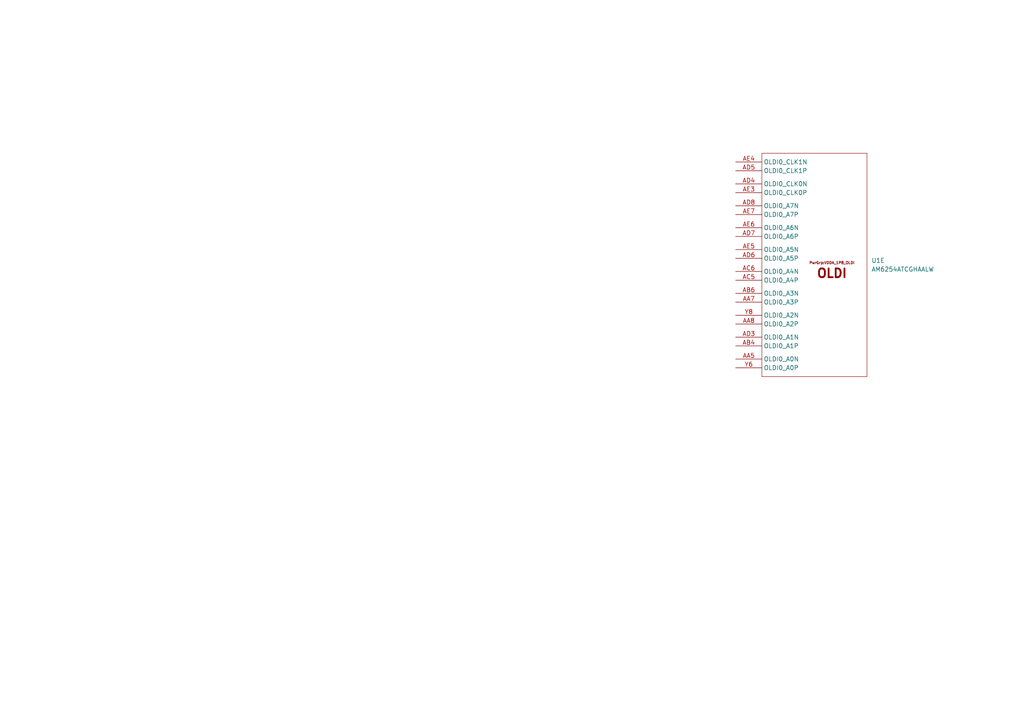
<source format=kicad_sch>
(kicad_sch (version 20250114) (generator "eeschema") (generator_version "9.0")
  (paper "A4")
  (lib_symbols
    (symbol "pepy_sym_lib:[CPU]Texas Instruments AM6254ATCGHAALW"
      (property "Reference" "U" (at 0 -1.524 0))
      (property "Value" "AM6254ATCGHAALW" (at 0.254 -3.81 0))
      (symbol "[CPU]Texas Instruments AM6254ATCGHAALW_1_1"
        (polyline (pts (xy -20.32 81.28) (xy -20.32 0)) (stroke (width 0.127)))
        (polyline (pts (xy -20.32 0) (xy 20.32 0)) (stroke (width 0.127)))
        (polyline (pts (xy 20.32 81.28) (xy -20.32 81.28)) (stroke (width 0.127)))
        (polyline (pts (xy 20.32 0) (xy 20.32 81.28)) (stroke (width 0.127)))
        (text "GROUND" (at 0 78.486 0) (effects (font (size 2.54 2.54) (thickness 0.508) (bold yes))))
        (pin power_in line (at -27.94 78.74 0) (length 7.62) (name "VSS") (number "A1"))
        (pin power_in line (at -27.94 76.2 0) (length 7.62) (name "VSS") (number "A24"))
        (pin power_in line (at -27.94 73.66 0) (length 7.62) (name "VSS") (number "A25"))
        (pin power_in line (at -27.94 71.12 0) (length 7.62) (name "VSS") (number "B25"))
        (pin power_in line (at -27.94 68.58 0) (length 7.62) (name "VSS") (number "F13"))
        (pin power_in line (at -27.94 66.04 0) (length 7.62) (name "VSS") (number "G13"))
        (pin power_in line (at -27.94 63.5 0) (length 7.62) (name "VSS") (number "G19"))
        (pin power_in line (at -27.94 60.96 0) (length 7.62) (name "VSS") (number "H13"))
        (pin power_in line (at -27.94 58.42 0) (length 7.62) (name "VSS") (number "H16"))
        (pin power_in line (at -27.94 55.88 0) (length 7.62) (name "VSS") (number "H18"))
        (pin power_in line (at -27.94 53.34 0) (length 7.62) (name "VSS") (number "H20"))
        (pin power_in line (at -27.94 50.8 0) (length 7.62) (name "VSS") (number "J7"))
        (pin power_in line (at -27.94 48.26 0) (length 7.62) (name "VSS") (number "J13"))
        (pin power_in line (at -27.94 45.72 0) (length 7.62) (name "VSS") (number "K7"))
        (pin power_in line (at -27.94 43.18 0) (length 7.62) (name "VSS") (number "K13"))
        (pin power_in line (at -27.94 40.64 0) (length 7.62) (name "VSS") (number "K15"))
        (pin power_in line (at -27.94 38.1 0) (length 7.62) (name "VSS") (number "K19"))
        (pin power_in line (at -27.94 35.56 0) (length 7.62) (name "VSS") (number "L20"))
        (pin power_in line (at -27.94 33.02 0) (length 7.62) (name "VSS") (number "M7"))
        (pin power_in line (at -27.94 30.48 0) (length 7.62) (name "VSS") (number "M8"))
        (pin power_in line (at -27.94 27.94 0) (length 7.62) (name "VSS") (number "M10"))
        (pin power_in line (at -27.94 25.4 0) (length 7.62) (name "VSS") (number "M12"))
        (pin power_in line (at -27.94 22.86 0) (length 7.62) (name "VSS") (number "M13"))
        (pin power_in line (at -27.94 20.32 0) (length 7.62) (name "VSS") (number "M17"))
        (pin power_in line (at -27.94 17.78 0) (length 7.62) (name "VSS") (number "M18"))
        (pin power_in line (at -27.94 15.24 0) (length 7.62) (name "VSS") (number "N15"))
        (pin power_in line (at -27.94 12.7 0) (length 7.62) (name "VSS") (number "P7"))
        (pin power_in line (at -27.94 10.16 0) (length 7.62) (name "VSS") (number "P10"))
        (pin power_in line (at -27.94 7.62 0) (length 7.62) (name "VSS") (number "P13"))
        (pin power_in line (at -27.94 5.08 0) (length 7.62) (name "VSS") (number "R13"))
        (pin power_in line (at -27.94 2.54 0) (length 7.62) (name "VSS") (number "R15"))
        (pin power_in line (at 27.94 78.74 180) (length 7.62) (name "VSS") (number "AE25"))
        (pin power_in line (at 27.94 76.2 180) (length 7.62) (name "VSS") (number "AE24"))
        (pin power_in line (at 27.94 73.66 180) (length 7.62) (name "VSS") (number "AE16"))
        (pin power_in line (at 27.94 71.12 180) (length 7.62) (name "VSS") (number "AE12"))
        (pin power_in line (at 27.94 68.58 180) (length 7.62) (name "VSS") (number "AE8"))
        (pin power_in line (at 27.94 66.04 180) (length 7.62) (name "VSS") (number "AE1"))
        (pin power_in line (at 27.94 63.5 180) (length 7.62) (name "VSS") (number "AD25"))
        (pin power_in line (at 27.94 60.96 180) (length 7.62) (name "VSS") (number "AD16"))
        (pin power_in line (at 27.94 58.42 180) (length 7.62) (name "VSS") (number "AD12"))
        (pin power_in line (at 27.94 55.88 180) (length 7.62) (name "VSS") (number "AD9"))
        (pin power_in line (at 27.94 53.34 180) (length 7.62) (name "VSS") (number "AD1"))
        (pin power_in line (at 27.94 50.8 180) (length 7.62) (name "VSS") (number "AB9"))
        (pin power_in line (at 27.94 48.26 180) (length 7.62) (name "VSS") (number "AA11"))
        (pin power_in line (at 27.94 45.72 180) (length 7.62) (name "VSS") (number "Y2"))
        (pin power_in line (at 27.94 43.18 180) (length 7.62) (name "VSS") (number "W7"))
        (pin power_in line (at 27.94 40.64 180) (length 7.62) (name "VSS") (number "V18"))
        (pin power_in line (at 27.94 38.1 180) (length 7.62) (name "VSS") (number "V16"))
        (pin power_in line (at 27.94 35.56 180) (length 7.62) (name "VSS") (number "V13"))
        (pin power_in line (at 27.94 33.02 180) (length 7.62) (name "VSS") (number "V11"))
        (pin power_in line (at 27.94 30.48 180) (length 7.62) (name "VSS") (number "V10"))
        (pin power_in line (at 27.94 27.94 180) (length 7.62) (name "VSS") (number "V9"))
        (pin power_in line (at 27.94 25.4 180) (length 7.62) (name "VSS") (number "U19"))
        (pin power_in line (at 27.94 22.86 180) (length 7.62) (name "VSS") (number "U8"))
        (pin power_in line (at 27.94 20.32 180) (length 7.62) (name "VSS") (number "T18"))
        (pin power_in line (at 27.94 17.78 180) (length 7.62) (name "VSS") (number "T17"))
        (pin power_in line (at 27.94 15.24 180) (length 7.62) (name "VSS") (number "T16"))
        (pin power_in line (at 27.94 12.7 180) (length 7.62) (name "VSS") (number "T14"))
        (pin power_in line (at 27.94 10.16 180) (length 7.62) (name "VSS") (number "T13"))
        (pin power_in line (at 27.94 7.62 180) (length 7.62) (name "VSS") (number "T8"))
        (pin power_in line (at 27.94 5.08 180) (length 7.62) (name "VSS") (number "R20"))
        (pin power_in line (at 27.94 2.54 180) (length 7.62) (name "VSS") (number "R18"))
      )
      (symbol "[CPU]Texas Instruments AM6254ATCGHAALW_2_1"
        (polyline (pts (xy -20.32 100.33) (xy -20.32 0)) (stroke (width 0.127)))
        (polyline (pts (xy -20.32 0) (xy 20.32 0)) (stroke (width 0.127)))
        (polyline (pts (xy 20.32 100.33) (xy -20.32 100.33)) (stroke (width 0.127)))
        (polyline (pts (xy 20.32 0) (xy 20.32 100.33)) (stroke (width 0.127)))
        (text "SoC Power\n" (at 0 97.536 0) (effects (font (size 2.032 2.032) (thickness 0.508) (bold yes))))
        (pin power_in line (at -27.94 97.79 0) (length 7.62) (name "VDD_CORE") (number "H8"))
        (pin power_in line (at -27.94 95.25 0) (length 7.62) (name "VDD_CORE") (number "J11"))
        (pin power_in line (at -27.94 92.71 0) (length 7.62) (name "VDD_CORE") (number "J14"))
        (pin power_in line (at -27.94 90.17 0) (length 7.62) (name "VDD_CORE") (number "K17"))
        (pin power_in line (at -27.94 87.63 0) (length 7.62) (name "VDD_CORE") (number "L12"))
        (pin power_in line (at -27.94 85.09 0) (length 7.62) (name "VDD_CORE") (number "L15"))
        (pin power_in line (at -27.94 82.55 0) (length 7.62) (name "VDD_CORE") (number "M16"))
        (pin power_in line (at -27.94 80.01 0) (length 7.62) (name "VDD_CORE") (number "N8"))
        (pin power_in line (at -27.94 77.47 0) (length 7.62) (name "VDD_CORE") (number "N11"))
        (pin power_in line (at -27.94 74.93 0) (length 7.62) (name "VDD_CORE") (number "N13"))
        (pin power_in line (at -27.94 72.39 0) (length 7.62) (name "VDD_CORE") (number "P17"))
        (pin power_in line (at -27.94 69.85 0) (length 7.62) (name "VDD_CORE") (number "R11"))
        (pin power_in line (at -27.94 67.31 0) (length 7.62) (name "VDD_CORE") (number "R14"))
        (pin power_in line (at -27.94 64.77 0) (length 7.62) (name "VDD_CORE") (number "U12"))
        (pin power_in line (at -27.94 62.23 0) (length 7.62) (name "VDD_CORE") (number "V8"))
        (pin power_in line (at -27.94 59.69 0) (length 7.62) (name "VDD_CORE") (number "V15"))
        (pin power_in line (at -27.94 57.15 0) (length 7.62) (name "VDD_CORE") (number "V17"))
        (pin power_in line (at -27.94 53.34 0) (length 7.62) (name "VDDR_CORE") (number "K16"))
        (pin power_in line (at -27.94 50.8 0) (length 7.62) (name "VDDR_CORE") (number "N12"))
        (pin power_in line (at -27.94 48.26 0) (length 7.62) (name "VDDR_CORE") (number "N14"))
        (pin power_in line (at -27.94 45.72 0) (length 7.62) (name "VDDR_CORE") (number "P16"))
        (pin power_in line (at -27.94 43.18 0) (length 7.62) (name "VDDR_CORE") (number "R12"))
        (pin power_in line (at -27.94 40.64 0) (length 7.62) (name "VDDR_CORE") (number "T10"))
        (pin power_in line (at -27.94 38.1 0) (length 7.62) (name "VDDR_CORE") (number "U14"))
        (pin power_in line (at -27.94 35.56 0) (length 7.62) (name "VDDR_CORE") (number "J12"))
        (pin power_in line (at -27.94 31.75 0) (length 7.62) (name "VDDS_DDR") (number "K9"))
        (pin power_in line (at -27.94 29.21 0) (length 7.62) (name "VDDS_DDR") (number "L8"))
        (pin power_in line (at -27.94 26.67 0) (length 7.62) (name "VDDS_DDR") (number "P9"))
        (pin power_in line (at -27.94 24.13 0) (length 7.62) (name "VDDS_DDR") (number "R8"))
        (pin power_in line (at -27.94 20.32 0) (length 7.62) (name "VDDS_OSC0") (number "G7"))
        (pin power_in line (at -27.94 16.51 0) (length 7.62) (name "VDD_CANUART") (number "F8"))
        (pin power_in line (at -27.94 11.43 0) (length 7.62) (name "VMON_1P8_SOC") (number "G10"))
        (pin power_in line (at -27.94 8.89 0) (length 7.62) (name "VMON_3P3_SOC") (number "K10"))
        (pin power_in line (at -27.94 6.35 0) (length 7.62) (name "VMON_ER_VSYS") (number "H10"))
        (pin power_in line (at -27.94 2.54 0) (length 7.62) (name "VPP") (number "J8"))
        (pin power_in line (at 27.94 97.79 180) (length 7.62) (name "VDDSHV0") (number "F15"))
        (pin power_in line (at 27.94 95.25 180) (length 7.62) (name "VDDSHV0") (number "G14"))
        (pin power_in line (at 27.94 91.44 180) (length 7.62) (name "VDDSHV1") (number "L18"))
        (pin power_in line (at 27.94 88.9 180) (length 7.62) (name "VDDSHV1") (number "M19"))
        (pin power_in line (at 27.94 85.09 180) (length 7.62) (name "VDDSHV2") (number "W16"))
        (pin power_in line (at 27.94 82.55 180) (length 7.62) (name "VDDSHV2") (number "W19"))
        (pin power_in line (at 27.94 78.74 180) (length 7.62) (name "VDDSHV3") (number "N18"))
        (pin power_in line (at 27.94 76.2 180) (length 7.62) (name "VDDSHV3") (number "P18"))
        (pin power_in line (at 27.94 73.66 180) (length 7.62) (name "VDDSHV3") (number "T19"))
        (pin power_in line (at 27.94 71.12 180) (length 7.62) (name "VDDSHV3") (number "U18"))
        (pin power_in line (at 27.94 68.58 180) (length 7.62) (name "VDDSHV4") (number "T7"))
        (pin power_in line (at 27.94 64.77 180) (length 7.62) (name "VDDSHV5") (number "G17"))
        (pin power_in line (at 27.94 60.96 180) (length 7.62) (name "VDDSHV6") (number "J18"))
        (pin power_in line (at 27.94 57.15 180) (length 7.62) (name "VDDSHV_MCU") (number "F11"))
        (pin power_in line (at 27.94 54.61 180) (length 7.62) (name "VDDSHV_MCU") (number "G12"))
        (pin power_in line (at 27.94 50.8 180) (length 7.62) (name "VDDSHV_CANUART") (number "H9"))
        (pin power_in line (at 27.94 46.99 180) (length 7.62) (name "VDDA_TEMP0") (number "T9"))
        (pin power_in line (at 27.94 44.45 180) (length 7.62) (name "VDDA_TEMP1") (number "G16"))
        (pin power_in line (at 27.94 40.64 180) (length 7.62) (name "VDD_PLL0") (number "U11"))
        (pin power_in line (at 27.94 38.1 180) (length 7.62) (name "VDD_PLL1") (number "U15"))
        (pin power_in line (at 27.94 35.56 180) (length 7.62) (name "VDD_PLL2") (number "L14"))
        (pin power_in line (at 27.94 31.75 180) (length 7.62) (name "VDDA_MCU") (number "L11"))
        (pin power_in line (at 27.94 27.94 180) (length 7.62) (name "VDDA_1P8_OLDI0") (number "W9"))
        (pin power_in line (at 27.94 25.4 180) (length 7.62) (name "VDDA_1P8_OLDI1") (number "W10"))
        (pin power_in line (at 27.94 21.59 180) (length 7.62) (name "VDDA_CORE_USB") (number "W12"))
        (pin power_in line (at 27.94 17.78 180) (length 7.62) (name "VDDA_CORE_CSIRX0") (number "W13"))
        (pin power_in line (at 27.94 13.97 180) (length 7.62) (name "VDDA_1P8_CSIRX0") (number "W14"))
        (pin power_in line (at 27.94 10.16 180) (length 7.62) (name "VDDA_1P8_USB") (number "Y11"))
        (pin power_in line (at 27.94 6.35 180) (length 7.62) (name "VDDA_3P3_USB") (number "Y13"))
      )
      (symbol "[CPU]Texas Instruments AM6254ATCGHAALW_3_1"
        (polyline (pts (xy -13.97 25.4) (xy -13.97 0)) (stroke (width 0.127)))
        (polyline (pts (xy -13.97 0) (xy 12.7 0)) (stroke (width 0.127)))
        (polyline (pts (xy 12.7 25.4) (xy -13.97 25.4)) (stroke (width 0.127)))
        (polyline (pts (xy 12.7 0) (xy 12.7 25.4)) (stroke (width 0.127)))
        (text "CAP" (at 6.35 13.208 0) (effects (font (size 2.032 2.032) (thickness 0.508) (bold yes))))
        (pin passive line (at -21.59 22.86 0) (length 7.62) (name "CAP_VDDS0") (number "H15"))
        (pin passive line (at -21.59 20.32 0) (length 7.62) (name "CAP_VDDS1") (number "K18"))
        (pin passive line (at -21.59 17.78 0) (length 7.62) (name "CAP_VDDS2") (number "W17"))
        (pin passive line (at -21.59 15.24 0) (length 7.62) (name "CAP_VDDS3") (number "P19"))
        (pin passive line (at -21.59 12.7 0) (length 7.62) (name "CAP_VDDS4") (number "U7"))
        (pin passive line (at -21.59 10.16 0) (length 7.62) (name "CAP_VDDS5") (number "H17"))
        (pin passive line (at -21.59 7.62 0) (length 7.62) (name "CAP_VDDS6") (number "J19"))
        (pin passive line (at -21.59 5.08 0) (length 7.62) (name "CAP_VDDS_MCU") (number "H11"))
        (pin passive line (at -21.59 2.54 0) (length 7.62) (name "CAP_VDDS_CANUART") (number "G9"))
      )
      (symbol "[CPU]Texas Instruments AM6254ATCGHAALW_4_1"
        (polyline (pts (xy -15.24 30.48) (xy -15.24 0)) (stroke (width 0.127)))
        (polyline (pts (xy -15.24 0) (xy 15.24 0)) (stroke (width 0.127)))
        (polyline (pts (xy 15.24 30.48) (xy -15.24 30.48)) (stroke (width 0.127)))
        (polyline (pts (xy 15.24 0) (xy 15.24 30.48)) (stroke (width 0.127)))
        (text "CSI\n" (at -7.366 27.686 0) (effects (font (size 2.54 2.54) (thickness 0.508) (bold yes))))
        (text "PwrGrp:VDDA_1P8_CSIRX" (at -7.366 24.638 0) (effects (font (size 0.762 0.762))))
        (pin bidirectional line (at 22.86 27.94 180) (length 7.62) (name "CSI0_RXRCALIB") (number "AA14"))
        (pin bidirectional line (at 22.86 25.4 180) (length 7.62) (name "CSI0_RXCLKN") (number "AD15"))
        (pin bidirectional line (at 22.86 22.86 180) (length 7.62) (name "CSI0_RXCLKP") (number "AE15"))
        (pin bidirectional line (at 22.86 20.32 180) (length 7.62) (name "CSI0_RXN3") (number "AB12"))
        (pin bidirectional line (at 22.86 17.78 180) (length 7.62) (name "CSI0_RXP3") (number "AC13"))
        (pin bidirectional line (at 22.86 15.24 180) (length 7.62) (name "CSI0_RXN2") (number "AD13"))
        (pin bidirectional line (at 22.86 12.7 180) (length 7.62) (name "CSI0_RXP2") (number "AE13"))
        (pin bidirectional line (at 22.86 10.16 180) (length 7.62) (name "CSI0_RXP1") (number "AD14"))
        (pin bidirectional line (at 22.86 7.62 180) (length 7.62) (name "CSI0_RXP1") (number "AE14"))
        (pin bidirectional line (at 22.86 5.08 180) (length 7.62) (name "CSI0_RXN0") (number "AB14"))
        (pin bidirectional line (at 22.86 2.54 180) (length 7.62) (name "CSI0_RXP0") (number "AC15"))
      )
      (symbol "[CPU]Texas Instruments AM6254ATCGHAALW_5_1"
        (polyline (pts (xy -15.24 64.77) (xy -15.24 0)) (stroke (width 0.127)))
        (polyline (pts (xy -15.24 0) (xy 15.24 0)) (stroke (width 0.127)))
        (polyline (pts (xy 15.24 64.77) (xy -15.24 64.77)) (stroke (width 0.127)))
        (polyline (pts (xy 15.24 0) (xy 15.24 64.77)) (stroke (width 0.127)))
        (text "OLDI\n" (at -5.08 34.798 0) (effects (font (size 2.54 2.54) (thickness 0.508) (bold yes))))
        (text "PwrGrp:VDDA_1P8_OLDI" (at -5.08 31.75 0) (effects (font (size 0.762 0.762))))
        (pin bidirectional line (at 22.86 62.23 180) (length 7.62) (name "OLDI0_A0P") (number "Y6"))
        (pin bidirectional line (at 22.86 59.69 180) (length 7.62) (name "OLDI0_A0N") (number "AA5"))
        (pin bidirectional line (at 22.86 55.88 180) (length 7.62) (name "OLDI0_A1P") (number "AB4"))
        (pin bidirectional line (at 22.86 53.34 180) (length 7.62) (name "OLDI0_A1N") (number "AD3"))
        (pin bidirectional line (at 22.86 49.53 180) (length 7.62) (name "OLDI0_A2P") (number "AA8"))
        (pin bidirectional line (at 22.86 46.99 180) (length 7.62) (name "OLDI0_A2N") (number "Y8"))
        (pin bidirectional line (at 22.86 43.18 180) (length 7.62) (name "OLDI0_A3P") (number "AA7"))
        (pin bidirectional line (at 22.86 40.64 180) (length 7.62) (name "OLDI0_A3N") (number "AB6"))
        (pin bidirectional line (at 22.86 36.83 180) (length 7.62) (name "OLDI0_A4P") (number "AC5"))
        (pin bidirectional line (at 22.86 34.29 180) (length 7.62) (name "OLDI0_A4N") (number "AC6"))
        (pin bidirectional line (at 22.86 30.48 180) (length 7.62) (name "OLDI0_A5P") (number "AD6"))
        (pin bidirectional line (at 22.86 27.94 180) (length 7.62) (name "OLDI0_A5N") (number "AE5"))
        (pin bidirectional line (at 22.86 24.13 180) (length 7.62) (name "OLDI0_A6P") (number "AD7"))
        (pin bidirectional line (at 22.86 21.59 180) (length 7.62) (name "OLDI0_A6N") (number "AE6"))
        (pin bidirectional line (at 22.86 17.78 180) (length 7.62) (name "OLDI0_A7P") (number "AE7"))
        (pin bidirectional line (at 22.86 15.24 180) (length 7.62) (name "OLDI0_A7N") (number "AD8"))
        (pin bidirectional line (at 22.86 11.43 180) (length 7.62) (name "OLDI0_CLK0P") (number "AE3"))
        (pin bidirectional line (at 22.86 8.89 180) (length 7.62) (name "OLDI0_CLK0N") (number "AD4"))
        (pin bidirectional line (at 22.86 5.08 180) (length 7.62) (name "OLDI0_CLK1P") (number "AD5"))
        (pin bidirectional line (at 22.86 2.54 180) (length 7.62) (name "OLDI0_CLK1N") (number "AE4"))
      )
      (symbol "[CPU]Texas Instruments AM6254ATCGHAALW_6_1"
        (polyline (pts (xy -20.32 118.11) (xy -20.32 0)) (stroke (width 0.127)))
        (polyline (pts (xy -20.32 0) (xy 19.05 0)) (stroke (width 0.127)))
        (polyline (pts (xy 19.05 118.11) (xy -20.32 118.11)) (stroke (width 0.127)))
        (polyline (pts (xy 19.05 0) (xy 19.05 118.11)) (stroke (width 0.127)))
        (text "DDR\n" (at -0.762 114.554 0) (effects (font (size 2.54 2.54) (thickness 0.508) (bold yes))))
        (text "PwrGrp:VDDS_DDR,\nVDDS_DDR_C" (at -0.762 111.506 0) (effects (font (size 0.762 0.762))))
        (pin bidirectional line (at -27.94 115.57 0) (length 7.62) (name "DDR0_DQ0") (number "F4"))
        (pin bidirectional line (at -27.94 113.03 0) (length 7.62) (name "DDR0_DQ1") (number "G5"))
        (pin bidirectional line (at -27.94 110.49 0) (length 7.62) (name "DDR0_DQ2") (number "F3"))
        (pin bidirectional line (at -27.94 107.95 0) (length 7.62) (name "DDR0_DQ3") (number "H6"))
        (pin bidirectional line (at -27.94 105.41 0) (length 7.62) (name "DDR0_DQ4") (number "E3"))
        (pin bidirectional line (at -27.94 102.87 0) (length 7.62) (name "DDR0_DQ5") (number "G2"))
        (pin bidirectional line (at -27.94 100.33 0) (length 7.62) (name "DDR0_DQ6") (number "F2"))
        (pin bidirectional line (at -27.94 97.79 0) (length 7.62) (name "DDR0_DQ7") (number "F1"))
        (pin bidirectional line (at -27.94 95.25 0) (length 7.62) (name "DDR0_DQ8") (number "U1"))
        (pin bidirectional line (at -27.94 92.71 0) (length 7.62) (name "DDR0_DQ9") (number "U3"))
        (pin bidirectional line (at -27.94 90.17 0) (length 7.62) (name "DDR0_DQ10") (number "U2"))
        (pin bidirectional line (at -27.94 87.63 0) (length 7.62) (name "DDR0_DQ11") (number "V5"))
        (pin bidirectional line (at -27.94 85.09 0) (length 7.62) (name "DDR0_DQ12") (number "W2"))
        (pin bidirectional line (at -27.94 82.55 0) (length 7.62) (name "DDR0_DQ13") (number "V6"))
        (pin bidirectional line (at -27.94 80.01 0) (length 7.62) (name "DDR0_DQ14") (number "Y1"))
        (pin bidirectional line (at -27.94 77.47 0) (length 7.62) (name "DDR0_DQ15") (number "W1"))
        (pin bidirectional line (at -27.94 73.66 0) (length 7.62) (name "DDR0_BA0") (number "M1"))
        (pin bidirectional line (at -27.94 71.12 0) (length 7.62) (name "DDR0_BA1") (number "N1"))
        (pin bidirectional line (at -27.94 67.31 0) (length 7.62) (name "DDR0_BG0") (number "T4"))
        (pin bidirectional line (at -27.94 64.77 0) (length 7.62) (name "DDR0_BG1") (number "N2"))
        (pin bidirectional line (at -27.94 60.96 0) (length 7.62) (name "DDR0_ATB0") (number "T2"))
        (pin bidirectional line (at -27.94 58.42 0) (length 7.62) (name "DDR0_ATB1") (number "U4"))
        (pin bidirectional line (at -27.94 54.61 0) (length 7.62) (name "DDR0_CK0") (number "L1"))
        (pin bidirectional line (at -27.94 52.07 0) (length 7.62) (name "DDR0_CK0_N") (number "L2"))
        (pin bidirectional line (at -27.94 48.26 0) (length 7.62) (name "DDR0_CKE0") (number "H2"))
        (pin bidirectional line (at -27.94 45.72 0) (length 7.62) (name "DDR0_CKE1") (number "J4"))
        (pin bidirectional line (at -27.94 41.91 0) (length 7.62) (name "DDR0_CS0_N") (number "L6"))
        (pin bidirectional line (at -27.94 39.37 0) (length 7.62) (name "DDR0_CS1_N") (number "K2"))
        (pin bidirectional line (at -27.94 35.56 0) (length 7.62) (name "DDR0_ODT0") (number "H1"))
        (pin bidirectional line (at -27.94 33.02 0) (length 7.62) (name "DDR0_ODT1") (number "J3"))
        (pin bidirectional line (at -27.94 29.21 0) (length 7.62) (name "DDR0_ACT_N") (number "N6"))
        (pin bidirectional line (at -27.94 25.4 0) (length 7.62) (name "DDR0_ALERT_N") (number "R3"))
        (pin bidirectional line (at -27.94 21.59 0) (length 7.62) (name "DDR0_CAL0") (number "M2"))
        (pin bidirectional line (at -27.94 17.78 0) (length 7.62) (name "DDR0_CAS_N") (number "M4"))
        (pin bidirectional line (at -27.94 13.97 0) (length 7.62) (name "DDR0_PAR") (number "T1"))
        (pin bidirectional line (at -27.94 10.16 0) (length 7.62) (name "DDR0_RAS_N") (number "M5"))
        (pin bidirectional line (at -27.94 6.35 0) (length 7.62) (name "DDR0_RESET0_N") (number "G1"))
        (pin bidirectional line (at -27.94 2.54 0) (length 7.62) (name "DDR0_WE_N") (number "N3"))
        (pin bidirectional line (at 26.67 115.57 180) (length 7.62) (name "DDR0_DM0") (number "H5"))
        (pin bidirectional line (at 26.67 113.03 180) (length 7.62) (name "DDR0_DM1") (number "W5"))
        (pin bidirectional line (at 26.67 109.22 180) (length 7.62) (name "DDR0_A0") (number "J1"))
        (pin bidirectional line (at 26.67 106.68 180) (length 7.62) (name "DDR0_A1") (number "J2"))
        (pin bidirectional line (at 26.67 104.14 180) (length 7.62) (name "DDR0_A2") (number "K3"))
        (pin bidirectional line (at 26.67 101.6 180) (length 7.62) (name "DDR0_A3") (number "L5"))
        (pin bidirectional line (at 26.67 99.06 180) (length 7.62) (name "DDR0_A4") (number "K4"))
        (pin bidirectional line (at 26.67 96.52 180) (length 7.62) (name "DDR0_A5") (number "K1"))
        (pin bidirectional line (at 26.67 93.98 180) (length 7.62) (name "DDR0_A6") (number "R2"))
        (pin bidirectional line (at 26.67 91.44 180) (length 7.62) (name "DDR0_A7") (number "P2"))
        (pin bidirectional line (at 26.67 88.9 180) (length 7.62) (name "DDR0_A8") (number "P1"))
        (pin bidirectional line (at 26.67 86.36 180) (length 7.62) (name "DDR0_A9") (number "P4"))
        (pin bidirectional line (at 26.67 83.82 180) (length 7.62) (name "DDR0_A10") (number "R5"))
        (pin bidirectional line (at 26.67 81.28 180) (length 7.62) (name "DDR0_A11") (number "P5"))
        (pin bidirectional line (at 26.67 78.74 180) (length 7.62) (name "DDR0_A12") (number "R6"))
        (pin bidirectional line (at 26.67 76.2 180) (length 7.62) (name "DDR0_A13") (number "R1"))
        (pin bidirectional line (at 26.67 72.39 180) (length 7.62) (name "DDR0_DQS0") (number "E1"))
        (pin bidirectional line (at 26.67 69.85 180) (length 7.62) (name "DDR0_DQS0_N") (number "E2"))
        (pin bidirectional line (at 26.67 66.04 180) (length 7.62) (name "DDR0_DQS1") (number "V1"))
        (pin bidirectional line (at 26.67 63.5 180) (length 7.62) (name "DDR0_DQS1_N") (number "V2"))
      )
      (symbol "[CPU]Texas Instruments AM6254ATCGHAALW_7_1"
        (polyline (pts (xy -16.51 88.9) (xy -16.51 0)) (stroke (width 0.127)))
        (polyline (pts (xy -16.51 0) (xy 13.97 0)) (stroke (width 0.127)))
        (polyline (pts (xy 13.97 88.9) (xy -16.51 88.9)) (stroke (width 0.127)))
        (polyline (pts (xy 13.97 88.9) (xy 13.97 0)) (stroke (width 0.127)))
        (text "General" (at -7.62 85.344 0) (effects (font (size 2.54 2.54) (thickness 0.508) (bold yes))))
        (text "PwrGrp:VDDSHV0 (3.3V)\n" (at -7.62 82.296 0) (effects (font (size 0.762 0.762))))
        (text "MMC2" (at -7.62 19.812 0) (effects (font (size 2.54 2.54) (thickness 0.508) (bold yes))))
        (text "PwrGrp:VDDSHV6 (1.8V)\n" (at -7.62 16.764 0) (effects (font (size 0.762 0.762))))
        (text "MMC0\n" (at -7.366 70.358 0) (effects (font (size 2.54 2.54) (thickness 0.508) (bold yes))))
        (text "PwrGrp:VDDSHV4 (1.8V)\n" (at -7.366 67.31 0) (effects (font (size 0.762 0.762))))
        (text "MMC1\n" (at -7.366 44.704 0) (effects (font (size 2.54 2.54) (thickness 0.508) (bold yes))))
        (text "PwrGrp:VDDSHV5 (1.8V)\n" (at -7.366 41.656 0) (effects (font (size 0.762 0.762))))
        (pin bidirectional line (at 21.59 86.36 180) (length 7.62) (name "MMC0_CLK") (number "AB1"))
        (pin bidirectional line (at 21.59 82.55 180) (length 7.62) (name "MMC0_DAT0") (number "AA2"))
        (pin bidirectional line (at 21.59 80.01 180) (length 7.62) (name "MMC0_DAT1") (number "AA1"))
        (pin bidirectional line (at 21.59 77.47 180) (length 7.62) (name "MMC0_DAT2") (number "AA3"))
        (pin bidirectional line (at 21.59 74.93 180) (length 7.62) (name "MMC0_DAT3") (number "Y4"))
        (pin bidirectional line (at 21.59 72.39 180) (length 7.62) (name "MMC0_DAT4") (number "AB2"))
        (pin bidirectional line (at 21.59 69.85 180) (length 7.62) (name "MMC0_DAT5") (number "AC1"))
        (pin bidirectional line (at 21.59 67.31 180) (length 7.62) (name "MMC0_DAT6") (number "AD2"))
        (pin bidirectional line (at 21.59 64.77 180) (length 7.62) (name "MMC0_DAT7") (number "AC2"))
        (pin bidirectional line (at 21.59 60.96 180) (length 7.62) (name "MMC0_CMD") (number "Y3"))
        (pin bidirectional line (at 21.59 55.88 180) (length 7.62) (name "MMC1_CLK") (number "B22"))
        (pin bidirectional line (at 21.59 52.07 180) (length 7.62) (name "MMC1_DAT0") (number "A22"))
        (pin bidirectional line (at 21.59 49.53 180) (length 7.62) (name "MMC1_DAT1") (number "B21"))
        (pin bidirectional line (at 21.59 46.99 180) (length 7.62) (name "MMC1_DAT2") (number "C21"))
        (pin bidirectional line (at 21.59 44.45 180) (length 7.62) (name "MMC1_DAT3") (number "D22"))
        (pin bidirectional line (at 21.59 40.64 180) (length 7.62) (name "MMC1_CMD") (number "A21"))
        (pin bidirectional line (at 21.59 35.56 180) (length 7.62) (name "MMC1_SDCD") (number "D17"))
        (pin bidirectional line (at 21.59 31.75 180) (length 7.62) (name "MMC1_SDWP") (number "C17"))
        (pin bidirectional line (at 21.59 26.67 180) (length 7.62) (name "MMC2_CLK") (number "D25"))
        (pin bidirectional line (at 21.59 22.86 180) (length 7.62) (name "MMC2_DAT0") (number "B24"))
        (pin bidirectional line (at 21.59 20.32 180) (length 7.62) (name "MMC2_DAT1") (number "C25"))
        (pin bidirectional line (at 21.59 17.78 180) (length 7.62) (name "MMC2_DAT2") (number "E23"))
        (pin bidirectional line (at 21.59 15.24 180) (length 7.62) (name "MMC2_DAT3") (number "D24"))
        (pin bidirectional line (at 21.59 11.43 180) (length 7.62) (name "MMC2_CMD") (number "C24"))
        (pin bidirectional line (at 21.59 7.62 180) (length 7.62) (name "MMC2_SDCD") (number "A23"))
        (pin bidirectional line (at 21.59 3.81 180) (length 7.62) (name "MMC2_SDWP") (number "B23"))
      )
      (symbol "[CPU]Texas Instruments AM6254ATCGHAALW_8_1"
        (polyline (pts (xy -15.24 39.37) (xy -15.24 0)) (stroke (width 0.127)))
        (polyline (pts (xy -15.24 0) (xy 15.24 0)) (stroke (width 0.127)))
        (polyline (pts (xy 15.24 39.37) (xy -15.24 39.37)) (stroke (width 0.127)))
        (polyline (pts (xy 15.24 0) (xy 15.24 39.37)) (stroke (width 0.127)))
        (text "RGMII1" (at -7.366 36.576 0) (effects (font (size 2.54 2.54) (thickness 0.508) (bold yes))))
        (text "PwrGrp:VDDSHV2" (at -7.366 33.528 0) (effects (font (size 0.762 0.762))))
        (pin bidirectional line (at 22.86 36.83 180) (length 7.62) (name "RGMII1_RD0") (number "AB17"))
        (pin bidirectional line (at 22.86 34.29 180) (length 7.62) (name "RGMII1_RD0") (number "AC17"))
        (pin bidirectional line (at 22.86 31.75 180) (length 7.62) (name "RGMII1_RD2") (number "AB16"))
        (pin bidirectional line (at 22.86 29.21 180) (length 7.62) (name "RGMII1_RD3") (number "AA15"))
        (pin bidirectional line (at 22.86 25.4 180) (length 7.62) (name "RGMII1_RXC") (number "AD17"))
        (pin bidirectional line (at 22.86 21.59 180) (length 7.62) (name "RGMII1_RX_CTL") (number "AE17"))
        (pin bidirectional line (at 22.86 17.78 180) (length 7.62) (name "RGMII1_TD0") (number "AE20"))
        (pin bidirectional line (at 22.86 15.24 180) (length 7.62) (name "RGMII1_TD1") (number "AD20"))
        (pin bidirectional line (at 22.86 12.7 180) (length 7.62) (name "RGMII1_TD2") (number "AE18"))
        (pin bidirectional line (at 22.86 10.16 180) (length 7.62) (name "RGMII1_TD3") (number "AD18"))
        (pin bidirectional line (at 22.86 6.35 180) (length 7.62) (name "RGMII1_TXC") (number "AE19"))
        (pin bidirectional line (at 22.86 2.54 180) (length 7.62) (name "RMII1_TX_CTL") (number "AD19"))
      )
      (symbol "[CPU]Texas Instruments AM6254ATCGHAALW_9_1"
        (polyline (pts (xy -16.51 39.37) (xy -16.51 0)) (stroke (width 0.127)))
        (polyline (pts (xy -16.51 0) (xy 13.97 0)) (stroke (width 0.127)))
        (polyline (pts (xy 13.97 39.37) (xy -16.51 39.37)) (stroke (width 0.127)))
        (polyline (pts (xy 13.97 0) (xy 13.97 39.37)) (stroke (width 0.127)))
        (text "RGMII2\n" (at 6.858 36.83 0) (effects (font (size 2.54 2.54) (thickness 0.508) (bold yes))))
        (text "PwrGrp:VDDSHV2" (at 6.858 33.782 0) (effects (font (size 0.762 0.762))))
        (pin bidirectional line (at -24.13 36.83 0) (length 7.62) (name "RMII2_TX_CTL") (number "AA19"))
        (pin bidirectional line (at -24.13 33.02 0) (length 7.62) (name "RGMII2_TXC") (number "AE21"))
        (pin bidirectional line (at -24.13 29.21 0) (length 7.62) (name "RGMII2_TD3") (number "AC20"))
        (pin bidirectional line (at -24.13 26.67 0) (length 7.62) (name "RGMII2_TD2") (number "AD21"))
        (pin bidirectional line (at -24.13 24.13 0) (length 7.62) (name "RGMII2_TD1") (number "AA18"))
        (pin bidirectional line (at -24.13 21.59 0) (length 7.62) (name "RGMII2_TD0") (number "Y18"))
        (pin bidirectional line (at -24.13 17.78 0) (length 7.62) (name "RGMII2_RX_CTL") (number "AD22"))
        (pin bidirectional line (at -24.13 13.97 0) (length 7.62) (name "RGMII2_RXC") (number "AD23"))
        (pin bidirectional line (at -24.13 10.16 0) (length 7.62) (name "RGMII2_RD3") (number "AE22"))
        (pin bidirectional line (at -24.13 7.62 0) (length 7.62) (name "RGMII2_RD2") (number "AC21"))
        (pin bidirectional line (at -24.13 5.08 0) (length 7.62) (name "RGMII2_RD1") (number "AB20"))
        (pin bidirectional line (at -24.13 2.54 0) (length 7.62) (name "RGMII2_RD0") (number "AE23"))
      )
      (symbol "[CPU]Texas Instruments AM6254ATCGHAALW_10_1"
        (polyline (pts (xy -16.51 58.42) (xy -16.51 0)) (stroke (width 0.127)))
        (polyline (pts (xy -16.51 0) (xy 13.97 0)) (stroke (width 0.127)))
        (polyline (pts (xy 13.97 58.42) (xy -16.51 58.42)) (stroke (width 0.127)))
        (polyline (pts (xy 13.97 0) (xy 13.97 58.42)) (stroke (width 0.127)))
        (text "VOUT0\n" (at 6.858 55.88 0) (effects (font (size 2.54 2.54) (thickness 0.508) (bold yes))))
        (text "PwrGrp:VDDSHV3\n(1.8V)\n" (at 6.858 52.832 0) (effects (font (size 0.762 0.762))))
        (pin bidirectional line (at -24.13 55.88 0) (length 7.62) (name "VOUT0_DATA0") (number "U22"))
        (pin bidirectional line (at -24.13 53.34 0) (length 7.62) (name "VOUT0_DATA1") (number "V24"))
        (pin bidirectional line (at -24.13 50.8 0) (length 7.62) (name "VOUT0_DATA2") (number "W25"))
        (pin bidirectional line (at -24.13 48.26 0) (length 7.62) (name "VOUT0_DATA3") (number "W24"))
        (pin bidirectional line (at -24.13 45.72 0) (length 7.62) (name "VOUT0_DATA4") (number "Y25"))
        (pin bidirectional line (at -24.13 43.18 0) (length 7.62) (name "VOUT0_DATA5") (number "Y24"))
        (pin bidirectional line (at -24.13 40.64 0) (length 7.62) (name "VOUT0_DATA6") (number "Y23"))
        (pin bidirectional line (at -24.13 38.1 0) (length 7.62) (name "VOUT0_DATA7") (number "AA25"))
        (pin bidirectional line (at -24.13 35.56 0) (length 7.62) (name "VOUT0_DATA8") (number "V21"))
        (pin bidirectional line (at -24.13 33.02 0) (length 7.62) (name "VOUT0_DATA9") (number "W21"))
        (pin bidirectional line (at -24.13 30.48 0) (length 7.62) (name "VOUT0_DATA10") (number "V20"))
        (pin bidirectional line (at -24.13 27.94 0) (length 7.62) (name "VOUT0_DATA11") (number "AA23"))
        (pin bidirectional line (at -24.13 25.4 0) (length 7.62) (name "VOUT0_DATA12") (number "AB25"))
        (pin bidirectional line (at -24.13 22.86 0) (length 7.62) (name "VOUT0_DATA13") (number "AA24"))
        (pin bidirectional line (at -24.13 20.32 0) (length 7.62) (name "VOUT0_DATA14") (number "Y22"))
        (pin bidirectional line (at -24.13 17.78 0) (length 7.62) (name "VOUT0_DATA15") (number "AA21"))
        (pin bidirectional line (at -24.13 13.97 0) (length 7.62) (name "VOUT0_PCLK") (number "AC24"))
        (pin bidirectional line (at -24.13 10.16 0) (length 7.62) (name "VOUT0_DE") (number "Y20"))
        (pin bidirectional line (at -24.13 6.35 0) (length 7.62) (name "VOUT0_VSYNC") (number "AC25"))
        (pin bidirectional line (at -24.13 2.54 0) (length 7.62) (name "VOUT0_HSYNC") (number "AB24"))
      )
      (symbol "[CPU]Texas Instruments AM6254ATCGHAALW_11_1"
        (polyline (pts (xy -21.59 27.94) (xy -21.59 0)) (stroke (width 0.127)))
        (polyline (pts (xy -21.59 0) (xy 17.78 0)) (stroke (width 0.127)))
        (polyline (pts (xy 17.78 27.94) (xy -21.59 27.94)) (stroke (width 0.127)))
        (polyline (pts (xy 17.78 0) (xy 17.78 27.94)) (stroke (width 0.127)))
        (text "COMM" (at -2.032 24.384 0) (effects (font (size 2.54 2.54) (thickness 0.508) (bold yes))))
        (text "PwrGrp:VDDSHV0\n(3.3V)" (at -2.032 21.336 0) (effects (font (size 0.762 0.762))))
        (pin bidirectional line (at -29.21 25.4 0) (length 7.62) (name "I2C0_SCL") (number "B16"))
        (pin bidirectional line (at -29.21 22.86 0) (length 7.62) (name "I2C0_SDA") (number "A16"))
        (pin bidirectional line (at -29.21 19.05 0) (length 7.62) (name "I2C1_SCL") (number "B17"))
        (pin bidirectional line (at -29.21 16.51 0) (length 7.62) (name "I2C1_SDA") (number "A17"))
        (pin bidirectional line (at -29.21 12.7 0) (length 7.62) (name "SPI0_CLK") (number "A14"))
        (pin bidirectional line (at -29.21 10.16 0) (length 7.62) (name "SPI0_D0") (number "B13"))
        (pin bidirectional line (at -29.21 7.62 0) (length 7.62) (name "SPI0_D1") (number "B14"))
        (pin bidirectional line (at -29.21 5.08 0) (length 7.62) (name "SPI0_CS0") (number "A13"))
        (pin bidirectional line (at -29.21 2.54 0) (length 7.62) (name "SPI0_CS1") (number "C13"))
        (pin bidirectional line (at 25.4 25.4 180) (length 7.62) (name "MCAN0_RX") (number "E15"))
        (pin bidirectional line (at 25.4 22.86 180) (length 7.62) (name "MCAN0_TX") (number "C15"))
        (pin bidirectional line (at 25.4 19.05 180) (length 7.62) (name "UART0_CTSN") (number "A15"))
        (pin bidirectional line (at 25.4 16.51 180) (length 7.62) (name "UART0_RTSN") (number "B15"))
        (pin bidirectional line (at 25.4 12.7 180) (length 7.62) (name "UART0_RXD") (number "D14"))
        (pin bidirectional line (at 25.4 10.16 180) (length 7.62) (name "UART0_TXD") (number "E14"))
        (pin bidirectional line (at 25.4 6.35 180) (length 7.62) (name "EXT_REFCLK1") (number "A18"))
      )
      (symbol "[CPU]Texas Instruments AM6254ATCGHAALW_12_1"
        (polyline (pts (xy -15.24 45.72) (xy -15.24 0)) (stroke (width 0.127)))
        (polyline (pts (xy -15.24 0) (xy 15.24 0)) (stroke (width 0.127)))
        (polyline (pts (xy 15.24 45.72) (xy -15.24 45.72)) (stroke (width 0.127)))
        (polyline (pts (xy 15.24 0) (xy 15.24 45.72)) (stroke (width 0.127)))
        (text "OSPI" (at -7.366 42.926 0) (effects (font (size 2.54 2.54) (thickness 0.508) (bold yes))))
        (text "PwrGrp:VDDSHV1\n(3.3V)" (at -7.366 39.878 0) (effects (font (size 0.762 0.762))))
        (pin bidirectional line (at 22.86 43.18 180) (length 7.62) (name "OSPI0_CLK") (number "H24"))
        (pin bidirectional line (at 22.86 39.37 180) (length 7.62) (name "OSPI0_D0") (number "E25"))
        (pin bidirectional line (at 22.86 36.83 180) (length 7.62) (name "OSPI0_D1") (number "G24"))
        (pin bidirectional line (at 22.86 34.29 180) (length 7.62) (name "OSPI0_D2") (number "F25"))
        (pin bidirectional line (at 22.86 31.75 180) (length 7.62) (name "OSPI0_D3") (number "F24"))
        (pin bidirectional line (at 22.86 29.21 180) (length 7.62) (name "OSPI0_D4") (number "J23"))
        (pin bidirectional line (at 22.86 26.67 180) (length 7.62) (name "OSPI0_D5") (number "J25"))
        (pin bidirectional line (at 22.86 24.13 180) (length 7.62) (name "OSPI0_D6") (number "H25"))
        (pin bidirectional line (at 22.86 21.59 180) (length 7.62) (name "OSPI0_D7") (number "J22"))
        (pin bidirectional line (at 22.86 17.78 180) (length 7.62) (name "OSPI0_CSN0") (number "F23"))
        (pin bidirectional line (at 22.86 15.24 180) (length 7.62) (name "OSPI0_CSN1") (number "G21"))
        (pin bidirectional line (at 22.86 12.7 180) (length 7.62) (name "OSPI0_CSN2") (number "H21"))
        (pin bidirectional line (at 22.86 10.16 180) (length 7.62) (name "OSPI0_CSN3") (number "E24"))
        (pin bidirectional line (at 22.86 6.35 180) (length 7.62) (name "OSPI0_DQS") (number "J24"))
        (pin bidirectional line (at 22.86 2.54 180) (length 7.62) (name "OSPI0_LBCLKO") (number "G25"))
      )
      (symbol "[CPU]Texas Instruments AM6254ATCGHAALW_13_1"
        (polyline (pts (xy -13.97 25.4) (xy -13.97 0)) (stroke (width 0.127)))
        (polyline (pts (xy -13.97 0) (xy 16.51 0)) (stroke (width 0.127)))
        (polyline (pts (xy 16.51 25.4) (xy -13.97 25.4)) (stroke (width 0.127)))
        (polyline (pts (xy 16.51 0) (xy 16.51 25.4)) (stroke (width 0.127)))
        (text "MCASP0" (at -6.096 22.606 0) (effects (font (size 2.54 2.54) (thickness 0.508) (bold yes))))
        (text "PwrGrp:VDDSHV0\n(3.3V)" (at -6.096 19.558 0) (effects (font (size 0.762 0.762))))
        (pin bidirectional line (at 24.13 22.86 180) (length 7.62) (name "MCASP0_AXR0") (number "E18"))
        (pin bidirectional line (at 24.13 20.32 180) (length 7.62) (name "MCASP0_AXR1") (number "B18"))
        (pin bidirectional line (at 24.13 17.78 180) (length 7.62) (name "MCASP0_AXR2") (number "A19"))
        (pin bidirectional line (at 24.13 15.24 180) (length 7.62) (name "MCASP0_AXR3") (number "B19"))
        (pin bidirectional line (at 24.13 11.43 180) (length 7.62) (name "MCASP0_ACLKX") (number "B20"))
        (pin bidirectional line (at 24.13 8.89 180) (length 7.62) (name "MCASP0_ACLKR") (number "A20"))
        (pin bidirectional line (at 24.13 5.08 180) (length 7.62) (name "MCASP0_AFSX") (number "D20"))
        (pin bidirectional line (at 24.13 2.54 180) (length 7.62) (name "MCASP0_AFSR") (number "E19"))
      )
      (symbol "[CPU]Texas Instruments AM6254ATCGHAALW_14_1"
        (polyline (pts (xy -16.51 91.44) (xy -16.51 0)) (stroke (width 0.127)))
        (polyline (pts (xy -16.51 0) (xy 13.97 0)) (stroke (width 0.127)))
        (polyline (pts (xy 13.97 91.44) (xy -16.51 91.44)) (stroke (width 0.127)))
        (polyline (pts (xy 13.97 0) (xy 13.97 91.44)) (stroke (width 0.127)))
        (text "GPMC" (at -7.366 86.614 0) (effects (font (size 2.54 2.54) (thickness 0.508) (bold yes))))
        (text "PwrGrp:VDDSHV3\n(1.8V)" (at -7.366 83.566 0) (effects (font (size 0.762 0.762))))
        (pin bidirectional line (at 21.59 88.9 180) (length 7.62) (name "GPMC0_CLK") (number "P25"))
        (pin bidirectional line (at 21.59 85.09 180) (length 7.62) (name "GPMC0_AD0") (number "M25"))
        (pin bidirectional line (at 21.59 82.55 180) (length 7.62) (name "GPMC0_AD1") (number "N23"))
        (pin bidirectional line (at 21.59 80.01 180) (length 7.62) (name "GPMC0_AD2") (number "N24"))
        (pin bidirectional line (at 21.59 77.47 180) (length 7.62) (name "GPMC0_AD3") (number "N25"))
        (pin bidirectional line (at 21.59 74.93 180) (length 7.62) (name "GPMC0_AD4") (number "P24"))
        (pin bidirectional line (at 21.59 72.39 180) (length 7.62) (name "GPMC0_AD5") (number "P22"))
        (pin bidirectional line (at 21.59 69.85 180) (length 7.62) (name "GPMC0_AD6") (number "P21"))
        (pin bidirectional line (at 21.59 67.31 180) (length 7.62) (name "GPMC0_AD7") (number "R23"))
        (pin bidirectional line (at 21.59 64.77 180) (length 7.62) (name "GPMC0_AD8") (number "R24"))
        (pin bidirectional line (at 21.59 62.23 180) (length 7.62) (name "GPMC0_AD9") (number "R25"))
        (pin bidirectional line (at 21.59 59.69 180) (length 7.62) (name "GPMC0_AD10") (number "T25"))
        (pin bidirectional line (at 21.59 57.15 180) (length 7.62) (name "GPMC0_AD11") (number "R21"))
        (pin bidirectional line (at 21.59 54.61 180) (length 7.62) (name "GPMC0_AD12") (number "T22"))
        (pin bidirectional line (at 21.59 52.07 180) (length 7.62) (name "GPMC0_AD13") (number "T24"))
        (pin bidirectional line (at 21.59 49.53 180) (length 7.62) (name "GPMC0_AD14") (number "U25"))
        (pin bidirectional line (at 21.59 46.99 180) (length 7.62) (name "GPMC0_AD15") (number "U24"))
        (pin bidirectional line (at 21.59 43.18 180) (length 7.62) (name "GPMC0_CSN0") (number "M21"))
        (pin bidirectional line (at 21.59 40.64 180) (length 7.62) (name "GPMC0_CSN1") (number "L21"))
        (pin bidirectional line (at 21.59 38.1 180) (length 7.62) (name "GPMC0_CSN2") (number "K22"))
        (pin bidirectional line (at 21.59 35.56 180) (length 7.62) (name "GPMC0_CSN3") (number "K24"))
        (pin bidirectional line (at 21.59 31.75 180) (length 7.62) (name "GPMC0_ADVN_ALE") (number "L23"))
        (pin bidirectional line (at 21.59 27.94 180) (length 7.62) (name "GPMC0_ADVN_CLE") (number "M24"))
        (pin bidirectional line (at 21.59 24.13 180) (length 7.62) (name "GPMC0_BE1N") (number "N20"))
        (pin bidirectional line (at 21.59 20.32 180) (length 7.62) (name "GPMC0_DIR") (number "M22"))
        (pin bidirectional line (at 21.59 16.51 180) (length 7.62) (name "GPMC0_WAIT0") (number "U23"))
        (pin bidirectional line (at 21.59 13.97 180) (length 7.62) (name "GPMC0_WAIT1") (number "V25"))
        (pin bidirectional line (at 21.59 10.16 180) (length 7.62) (name "GPMC0_WPN") (number "K25"))
        (pin bidirectional line (at 21.59 6.35 180) (length 7.62) (name "GPMC0_OEN_REN") (number "L24"))
        (pin bidirectional line (at 21.59 2.54 180) (length 7.62) (name "GPMC0_WEN") (number "L25"))
      )
      (symbol "[CPU]Texas Instruments AM6254ATCGHAALW_15_1"
        (polyline (pts (xy -16.51 38.1) (xy -16.51 0)) (stroke (width 0.127)))
        (polyline (pts (xy -16.51 0) (xy 13.97 0)) (stroke (width 0.127)))
        (polyline (pts (xy 13.97 38.1) (xy -16.51 38.1)) (stroke (width 0.127)))
        (polyline (pts (xy 13.97 0) (xy 13.97 38.1)) (stroke (width 0.127)))
        (text "USB0\n" (at -8.636 35.306 0) (effects (font (size 2.54 2.54) (thickness 0.508) (bold yes))))
        (text "PwrGrp:VDDA_1P8_USB,\nVDDA_3P3_USB" (at -8.636 32.258 0) (effects (font (size 0.762 0.762))))
        (text "General\n" (at -8.636 7.62 0) (effects (font (size 2.54 2.54) (thickness 0.508) (bold yes))))
        (text "PwrGrp:VDDSHV0\n(3.3V)" (at -8.636 4.572 0) (effects (font (size 0.762 0.762))))
        (text "USB1" (at -8.128 20.574 0) (effects (font (size 2.54 2.54) (thickness 0.508) (bold yes))))
        (text "PwrGrp:VDDA_1P8_USB,\nVDDA_3P3_USB" (at -8.128 17.526 0) (effects (font (size 0.762 0.762))))
        (pin bidirectional line (at 21.59 35.56 180) (length 7.62) (name "USB0_DP") (number "AD11"))
        (pin bidirectional line (at 21.59 33.02 180) (length 7.62) (name "USB0_DM") (number "AE11"))
        (pin bidirectional line (at 21.59 29.21 180) (length 7.62) (name "USB0_RCALIB") (number "AE10"))
        (pin bidirectional line (at 21.59 25.4 180) (length 7.62) (name "USB0_VBUS") (number "AC11"))
        (pin bidirectional line (at 21.59 20.32 180) (length 7.62) (name "USB1_DP") (number "AE9"))
        (pin bidirectional line (at 21.59 17.78 180) (length 7.62) (name "USB1_DM") (number "AD10"))
        (pin bidirectional line (at 21.59 13.97 180) (length 7.62) (name "USB1_RCALIB") (number "AC9"))
        (pin bidirectional line (at 21.59 10.16 180) (length 7.62) (name "USB1_VBUS") (number "AB10"))
        (pin bidirectional line (at 21.59 5.08 180) (length 7.62) (name "USB0_DRVVBUS") (number "C20"))
        (pin bidirectional line (at 21.59 2.54 180) (length 7.62) (name "USB1_DRVVBUS") (number "F18"))
      )
      (symbol "[CPU]Texas Instruments AM6254ATCGHAALW_16_1"
        (polyline (pts (xy -16.51 34.29) (xy -16.51 0)) (stroke (width 0.127)))
        (polyline (pts (xy -16.51 0) (xy 13.97 0)) (stroke (width 0.127)))
        (polyline (pts (xy 13.97 34.29) (xy -16.51 34.29)) (stroke (width 0.127)))
        (polyline (pts (xy 13.97 0) (xy 13.97 34.29)) (stroke (width 0.127)))
        (text "OSC0" (at -8.636 31.496 0) (effects (font (size 2.54 2.54) (thickness 0.508) (bold yes))))
        (text "PwrGrp:VDDS_OSC\n(1.8V)" (at -8.636 28.448 0) (effects (font (size 0.762 0.762))))
        (text "PwrGrp:VDDSHV0\n(3.3V)" (at -7.62 2.54 0) (effects (font (size 0.762 0.762))))
        (text "General\n" (at -7.366 6.096 0) (effects (font (size 2.54 2.54) (thickness 0.508) (bold yes))))
        (text "MCU GEN" (at -7.112 17.526 0) (effects (font (size 2.54 2.54) (thickness 0.508) (bold yes))))
        (text "PwrGrp:VDDSHV_MCU\n(1.8V)" (at -6.858 14.478 0) (effects (font (size 0.762 0.762))))
        (pin bidirectional line (at 21.59 31.75 180) (length 7.62) (name "MCU_ERRORN") (number "D1"))
        (pin bidirectional line (at 21.59 27.94 180) (length 7.62) (name "MCU_PORZ") (number "D2"))
        (pin bidirectional line (at 21.59 22.86 180) (length 7.62) (name "MCU_RESETSTATZ") (number "B12"))
        (pin bidirectional line (at 21.59 20.32 180) (length 7.62) (name "MCU_RESETZ") (number "E11"))
        (pin bidirectional line (at 21.59 15.24 180) (length 7.62) (name "EXTINTN") (number "D16"))
        (pin bidirectional line (at 21.59 11.43 180) (length 7.62) (name "PORT_OUT") (number "E21"))
        (pin bidirectional line (at 21.59 7.62 180) (length 7.62) (name "RESET_REQZ") (number "F20"))
        (pin bidirectional line (at 21.59 3.81 180) (length 7.62) (name "RESETSTATZ") (number "F22"))
      )
      (symbol "[CPU]Texas Instruments AM6254ATCGHAALW_17_1"
        (polyline (pts (xy -17.78 48.26) (xy -17.78 0)) (stroke (width 0.127)))
        (polyline (pts (xy -17.78 0) (xy 19.05 0)) (stroke (width 0.127)))
        (polyline (pts (xy 19.05 48.26) (xy -17.78 48.26)) (stroke (width 0.127)))
        (polyline (pts (xy 19.05 0) (xy 19.05 48.26)) (stroke (width 0.127)))
        (text "CANUART" (at -8.636 11.43 0) (effects (font (size 2.54 2.54) (thickness 0.508) (bold yes))))
        (text "PwrGrp:VDDSHV_CANUART\n(3.3V)" (at -8.382 8.128 0) (effects (font (size 0.762 0.762))))
        (text "MCU GEN" (at -8.128 34.544 0) (effects (font (size 2.54 2.54) (thickness 0.508) (bold yes))))
        (text "OSC0" (at -8.128 24.384 0) (effects (font (size 2.54 2.54) (thickness 0.508) (bold yes))))
        (text "RGMII" (at -7.874 44.958 0) (effects (font (size 2.54 2.54) (thickness 0.508) (bold yes))))
        (text "PwrGrp:VDDSHV2" (at -7.874 41.91 0) (effects (font (size 0.762 0.762))))
        (text "PwrGrp:VDDSHV_MCU\n(1.8V)" (at -7.874 31.496 0) (effects (font (size 0.762 0.762))))
        (text "PwrGrp:VDDS_OSC" (at -7.366 20.574 0) (effects (font (size 0.762 0.762))))
        (pin bidirectional line (at 26.67 45.72 180) (length 7.62) (name "MDIO0_MDC") (number "AD24"))
        (pin bidirectional line (at 26.67 41.91 180) (length 7.62) (name "MDIO0_MDIO") (number "AB22"))
        (pin bidirectional line (at 26.67 38.1 180) (length 7.62) (name "WKUP_I2C0_SCL") (number "B9"))
        (pin bidirectional line (at 26.67 35.56 180) (length 7.62) (name "WKUP_I2C0_SCA") (number "A9"))
        (pin bidirectional line (at 26.67 31.75 180) (length 7.62) (name "WKUP_CLKOUT0") (number "A12"))
        (pin bidirectional line (at 26.67 25.4 180) (length 7.62) (name "WKUP_LFOSC0_XI") (number "C2"))
        (pin bidirectional line (at 26.67 21.59 180) (length 7.62) (name "WKUP_LFOSC0_XO") (number "C1"))
        (pin bidirectional line (at 26.67 15.24 180) (length 7.62) (name "WKUP_UART0_RTSN") (number "A4"))
        (pin bidirectional line (at 26.67 12.7 180) (length 7.62) (name "WKUP_UART0_CTSN") (number "C6"))
        (pin bidirectional line (at 26.67 8.89 180) (length 7.62) (name "WKUP_UART0_RXD") (number "B4"))
        (pin bidirectional line (at 26.67 6.35 180) (length 7.62) (name "WKUP_UART0_TXD") (number "C5"))
        (pin bidirectional line (at 26.67 2.54 180) (length 7.62) (name "PMIC_LPM_EN0") (number "B7"))
      )
      (symbol "[CPU]Texas Instruments AM6254ATCGHAALW_18_1"
        (polyline (pts (xy -19.05 50.8) (xy -19.05 0)) (stroke (width 0.127)))
        (polyline (pts (xy -19.05 0) (xy 17.78 0)) (stroke (width 0.127)))
        (polyline (pts (xy 17.78 50.8) (xy -19.05 50.8)) (stroke (width 0.127)))
        (polyline (pts (xy 17.78 0) (xy 17.78 50.8)) (stroke (width 0.127)))
        (text "CANUART" (at -9.906 13.97 0) (effects (font (size 2.54 2.54) (thickness 0.508) (bold yes))))
        (text "PwrGrp:VDDSHV_CANUART\n(3.3V)" (at -9.652 10.668 0) (effects (font (size 0.762 0.762))))
        (text "MCU GEN" (at -9.398 37.084 0) (effects (font (size 2.54 2.54) (thickness 0.508) (bold yes))))
        (text "OSC0" (at -9.398 26.924 0) (effects (font (size 2.54 2.54) (thickness 0.508) (bold yes))))
        (text "PwrGrp:VDDSHV_MCU\n(1.8V)" (at -9.144 34.036 0) (effects (font (size 0.762 0.762))))
        (text "PwrGrp:VDDS_OSC" (at -8.636 23.114 0) (effects (font (size 0.762 0.762))))
        (pin bidirectional line (at 25.4 48.26 180) (length 7.62) (name "MCU_I2C0_SCL") (number "A8"))
        (pin bidirectional line (at 25.4 45.72 180) (length 7.62) (name "MCU_I2C0_SDA") (number "D10"))
        (pin bidirectional line (at 25.4 41.91 180) (length 7.62) (name "MCU_SPI0_CLK") (number "A7"))
        (pin bidirectional line (at 25.4 39.37 180) (length 7.62) (name "MCU_SPI0_D0") (number "D9"))
        (pin bidirectional line (at 25.4 36.83 180) (length 7.62) (name "MCU_SPI0_D1") (number "C9"))
        (pin bidirectional line (at 25.4 34.29 180) (length 7.62) (name "MCU_SPI0_CS0") (number "E8"))
        (pin bidirectional line (at 25.4 31.75 180) (length 7.62) (name "MCU_SPI0_CS1") (number "B8"))
        (pin bidirectional line (at 25.4 26.67 180) (length 7.62) (name "MCU_OSC0_XI") (number "B2"))
        (pin bidirectional line (at 25.4 21.59 180) (length 7.62) (name "MCU_OSC0_XO") (number "A3"))
        (pin bidirectional line (at 25.4 17.78 180) (length 7.62) (name "MCU_UART0_RXD") (number "B5"))
        (pin bidirectional line (at 25.4 15.24 180) (length 7.62) (name "MCU_UART0_TXD") (number "A5"))
        (pin bidirectional line (at 25.4 11.43 180) (length 7.62) (name "MCU_UART0_CTSN") (number "A6"))
        (pin bidirectional line (at 25.4 8.89 180) (length 7.62) (name "MCU_UART0_RTSN") (number "B6"))
        (pin bidirectional line (at 25.4 5.08 180) (length 7.62) (name "MCU_MCAN0_RX") (number "B3"))
        (pin bidirectional line (at 25.4 2.54 180) (length 7.62) (name "MCU_MCAN0_TX") (number "E5"))
      )
      (symbol "[CPU]Texas Instruments AM6254ATCGHAALW_19_1"
        (polyline (pts (xy -15.24 24.13) (xy -15.24 0)) (stroke (width 0.127)))
        (polyline (pts (xy -15.24 0) (xy 15.24 0)) (stroke (width 0.127)))
        (polyline (pts (xy 15.24 24.13) (xy -15.24 24.13)) (stroke (width 0.127)))
        (polyline (pts (xy 15.24 0) (xy 15.24 24.13)) (stroke (width 0.127)))
        (text "JTAG" (at -5.588 19.812 0) (effects (font (size 2.54 2.54) (thickness 0.508) (bold yes))))
        (text "PwrGrp:VDDSHV_MCU\n(1.8V)" (at -5.334 16.764 0) (effects (font (size 0.762 0.762))))
        (pin bidirectional line (at 22.86 21.59 180) (length 7.62) (name "EMU0") (number "E12"))
        (pin bidirectional line (at 22.86 19.05 180) (length 7.62) (name "EMU1") (number "C11"))
        (pin bidirectional line (at 22.86 12.7 180) (length 7.62) (name "TCK") (number "A10"))
        (pin bidirectional line (at 22.86 10.16 180) (length 7.62) (name "TDI") (number "A11"))
        (pin bidirectional line (at 22.86 7.62 180) (length 7.62) (name "TDO") (number "D12"))
        (pin bidirectional line (at 22.86 5.08 180) (length 7.62) (name "TMS") (number "B11"))
        (pin bidirectional line (at 22.86 2.54 180) (length 7.62) (name "TRSTN") (number "B10"))
      )
      (symbol "[CPU]Texas Instruments AM6254ATCGHAALW_20_1"
        (polyline (pts (xy -15.24 25.4) (xy -15.24 0)) (stroke (width 0.127)))
        (polyline (pts (xy -15.24 0) (xy 15.24 0)) (stroke (width 0.127)))
        (polyline (pts (xy 15.24 25.4) (xy -15.24 25.4)) (stroke (width 0.127)))
        (polyline (pts (xy 15.24 0) (xy 15.24 25.4)) (stroke (width 0.127)))
        (text "RESERVED\n" (at -2.286 12.446 0) (effects (font (size 2.54 2.54) (thickness 0.508) (bold yes))))
        (pin bidirectional line (at 22.86 22.86 180) (length 7.62) (name "RSVD0") (number "B1"))
        (pin bidirectional line (at 22.86 20.32 180) (length 7.62) (name "RSVD1") (number "A2"))
        (pin bidirectional line (at 22.86 17.78 180) (length 7.62) (name "RSVD2") (number "F6"))
        (pin bidirectional line (at 22.86 15.24 180) (length 7.62) (name "RSVD3") (number "AE2"))
        (pin bidirectional line (at 22.86 12.7 180) (length 7.62) (name "RSVD4") (number "T2"))
        (pin bidirectional line (at 22.86 10.16 180) (length 7.62) (name "RSVD5") (number "U4"))
        (pin bidirectional line (at 22.86 7.62 180) (length 7.62) (name "RSVD6") (number "AA12"))
        (pin bidirectional line (at 22.86 5.08 180) (length 7.62) (name "RSVD7") (number "Y15"))
        (pin bidirectional line (at 22.86 2.54 180) (length 7.62) (name "RSVD8") (number "E7"))
      )
    )
  )
  (symbol (lib_id "pepy_sym_lib:[CPU]Texas Instruments AM6254ATCGHAALW") (at 236.22 44.45 180) (unit 5)
    (property "Reference" "U1" (at 252.73 75.5649 0) (effects (justify right)))
    (property "Value" "AM6254ATCGHAALW" (at 252.73 78.1049 0) (effects (justify right)))
    (property "Footprint" "pepy_sym_lib:[CPU]Texas Instruments AM6254ATCGHAALW" (effects (hide yes)))
    (property "Datasheet" "https://www.ti.com/lit/ds/symlink/am625.pdf?ts=1740314582358&ref_url=https%253A%252F%252Fwww.ti.com%252Fmicrocontrollers-mcus-processors%252Farm-based-processors%252Fproducts.html" (effects (hide yes)))
    (property "Description" "1400MHz FCCSP(ALW)-425 Microcontrollers (MCU/MPU/SOC) ROHS" (effects (hide yes)))
    (property "LCSC Part" "C5218241" (effects (hide yes)))
    (property "Manufacturer" "Texas Instruments" (effects (hide yes)))
  )
)
</source>
